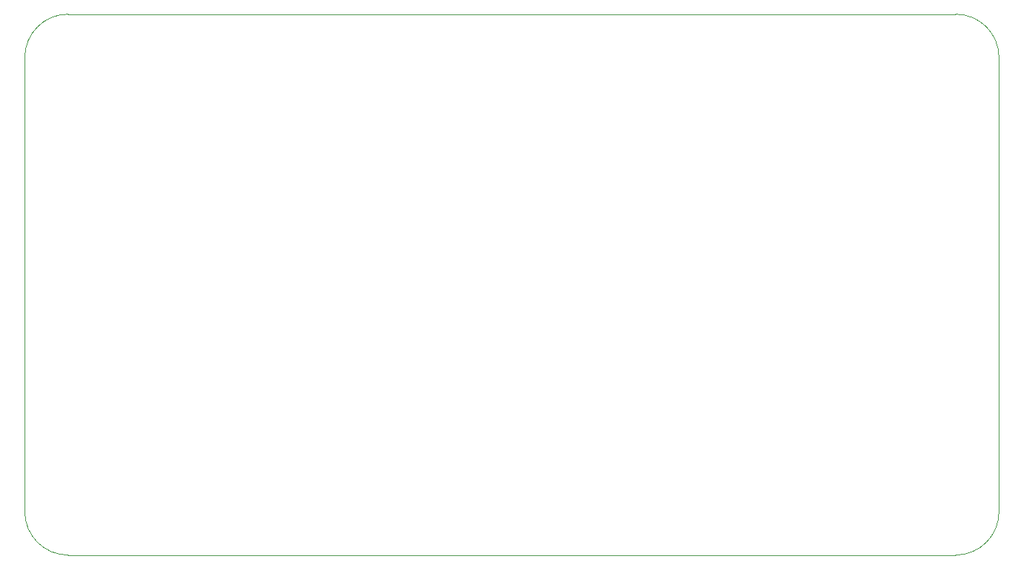
<source format=gbr>
%TF.GenerationSoftware,KiCad,Pcbnew,7.0.8*%
%TF.CreationDate,2024-06-10T01:14:45+01:00*%
%TF.ProjectId,BSPD_ManchesterStingerMotorsports,42535044-5f4d-4616-9e63-686573746572,V3.0*%
%TF.SameCoordinates,Original*%
%TF.FileFunction,Profile,NP*%
%FSLAX46Y46*%
G04 Gerber Fmt 4.6, Leading zero omitted, Abs format (unit mm)*
G04 Created by KiCad (PCBNEW 7.0.8) date 2024-06-10 01:14:45*
%MOMM*%
%LPD*%
G01*
G04 APERTURE LIST*
%TA.AperFunction,Profile*%
%ADD10C,0.100000*%
%TD*%
G04 APERTURE END LIST*
D10*
X189718000Y-136393000D02*
X85578000Y-136393000D01*
X80498000Y-131313000D02*
G75*
G03*
X85578000Y-136393000I5080000J0D01*
G01*
X194798000Y-77973000D02*
X194798000Y-131313000D01*
X189718000Y-136393000D02*
G75*
G03*
X194798000Y-131313000I0J5080000D01*
G01*
X80498000Y-131313000D02*
X80498000Y-77973000D01*
X85578000Y-72893000D02*
X189718000Y-72893000D01*
X85578000Y-72893000D02*
G75*
G03*
X80498000Y-77973000I0J-5080000D01*
G01*
X194798000Y-77973000D02*
G75*
G03*
X189718000Y-72893000I-5080000J0D01*
G01*
M02*

</source>
